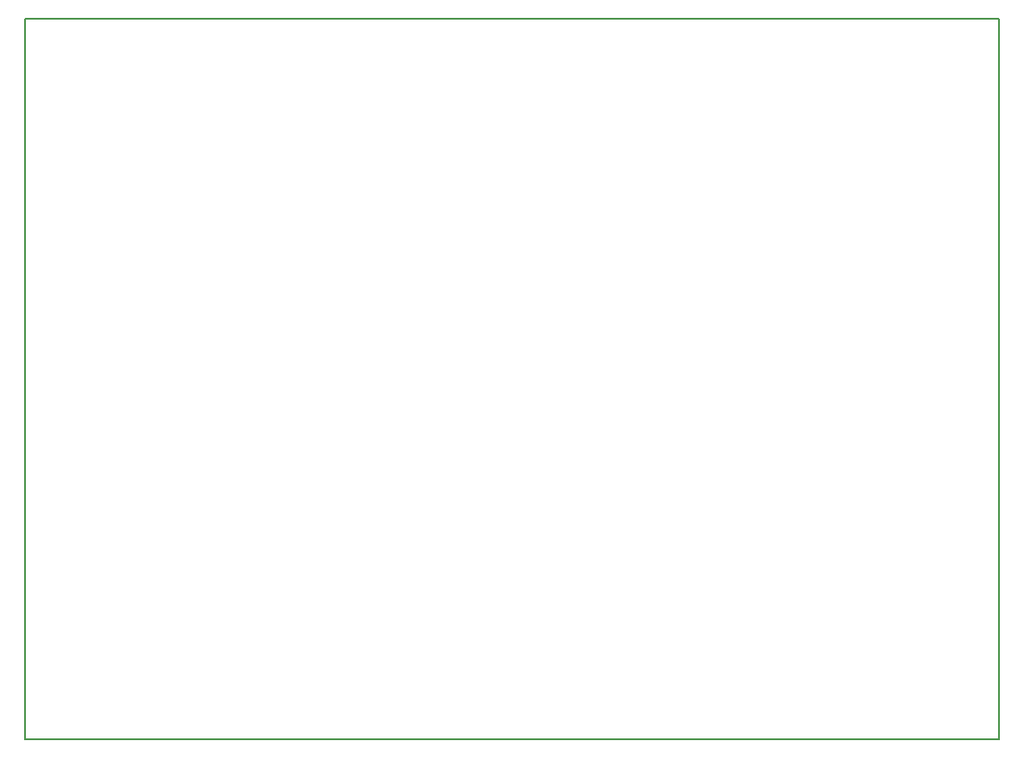
<source format=gbr>
G04 DipTrace 2.4.0.2*
%INBottomAssy.gbr*%
%MOIN*%
%ADD11C,0.0055*%
%FSLAX44Y44*%
G04*
G70*
G90*
G75*
G01*
%LNBotAssy*%
%LPD*%
X3940Y30830D2*
D11*
X40262D1*
Y3940D1*
X3940D1*
Y30830D1*
M02*

</source>
